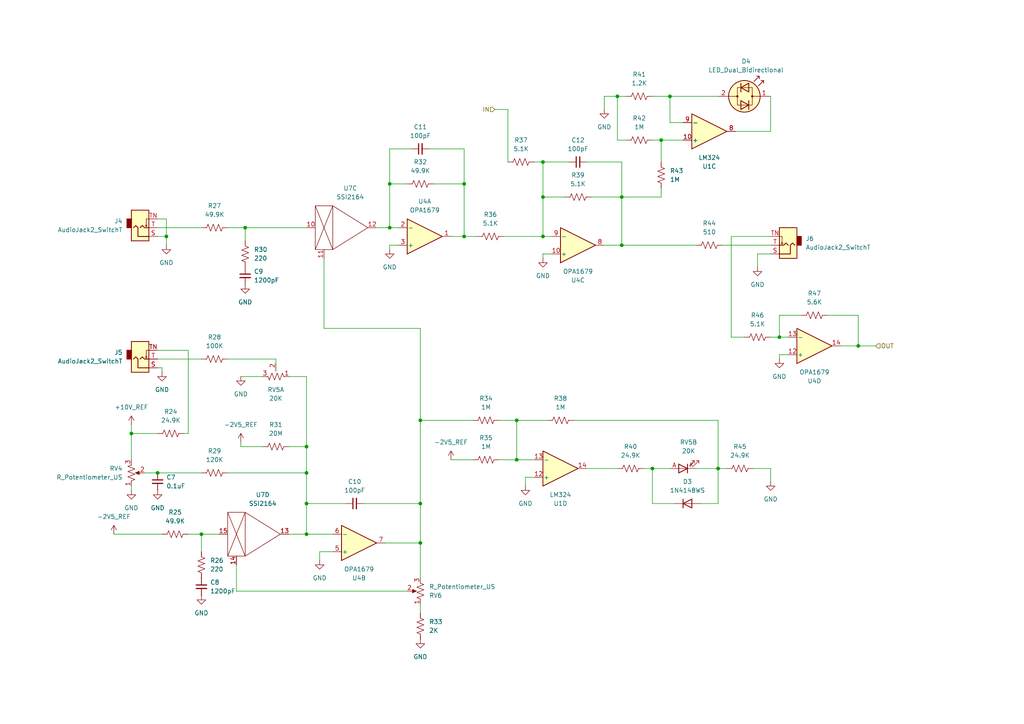
<source format=kicad_sch>
(kicad_sch (version 20231120) (generator "eeschema") (generator_version "8.0")
  (paper "A4")
  (lib_symbols
    (symbol "Amplifier_Operational:LM324" (pin_names (offset 0.127))
      (property "Reference" "U" (at 0 5.08 0))
      (property "Value" "LM324" (at 0 -5.08 0))
      (symbol "LM324_1_1"
        (pin output line (at 7.62 0 180) (length 2.54) (name "~") (number "1"))
        (pin input line (at -7.62 -2.54 0) (length 2.54) (name "-") (number "2"))
        (pin input line (at -7.62 2.54 0) (length 2.54) (name "+") (number "3"))
      )
      (symbol "LM324_2_1"
        (pin input line (at -7.62 2.54 0) (length 2.54) (name "+") (number "5"))
        (pin input line (at -7.62 -2.54 0) (length 2.54) (name "-") (number "6"))
        (pin output line (at 7.62 0 180) (length 2.54) (name "~") (number "7"))
      )
      (symbol "LM324_3_1"
        (pin input line (at -7.62 2.54 0) (length 2.54) (name "+") (number "10"))
        (pin output line (at 7.62 0 180) (length 2.54) (name "~") (number "8"))
        (pin input line (at -7.62 -2.54 0) (length 2.54) (name "-") (number "9"))
      )
      (symbol "LM324_4_1"
        (pin input line (at -7.62 2.54 0) (length 2.54) (name "+") (number "12"))
        (pin input line (at -7.62 -2.54 0) (length 2.54) (name "-") (number "13"))
        (pin output line (at 7.62 0 180) (length 2.54) (name "~") (number "14"))
      )
      (symbol "LM324_5_1"
        (pin power_in line (at -2.54 -7.62 90) (length 3.81) (name "V-") (number "11"))
        (pin power_in line (at -2.54 7.62 270) (length 3.81) (name "V+") (number "4"))
      )
    )
    (symbol "Amplifier_Operational:OPA1679" (pin_names (offset 0.127))
      (property "Reference" "U" (at 0 5.08 0))
      (property "Value" "OPA1679" (at 0 -5.08 0))
      (symbol "OPA1679_1_1"
        (pin output line (at 7.62 0 180) (length 2.54) (name "~") (number "1"))
        (pin input line (at -7.62 -2.54 0) (length 2.54) (name "-") (number "2"))
        (pin input line (at -7.62 2.54 0) (length 2.54) (name "+") (number "3"))
      )
      (symbol "OPA1679_2_1"
        (pin input line (at -7.62 2.54 0) (length 2.54) (name "+") (number "5"))
        (pin input line (at -7.62 -2.54 0) (length 2.54) (name "-") (number "6"))
        (pin output line (at 7.62 0 180) (length 2.54) (name "~") (number "7"))
      )
      (symbol "OPA1679_3_1"
        (pin input line (at -7.62 2.54 0) (length 2.54) (name "+") (number "10"))
        (pin output line (at 7.62 0 180) (length 2.54) (name "~") (number "8"))
        (pin input line (at -7.62 -2.54 0) (length 2.54) (name "-") (number "9"))
      )
      (symbol "OPA1679_4_1"
        (pin input line (at -7.62 2.54 0) (length 2.54) (name "+") (number "12"))
        (pin input line (at -7.62 -2.54 0) (length 2.54) (name "-") (number "13"))
        (pin output line (at 7.62 0 180) (length 2.54) (name "~") (number "14"))
      )
      (symbol "OPA1679_5_1"
        (pin power_in line (at -2.54 -7.62 90) (length 3.81) (name "V-") (number "11"))
        (pin power_in line (at -2.54 7.62 270) (length 3.81) (name "V+") (number "4"))
      )
    )
    (symbol "Connector_Audio:AudioJack2_SwitchT"
      (property "Reference" "J" (at 0 8.89 0))
      (property "Value" "AudioJack2_SwitchT" (at 0 6.35 0))
      (symbol "AudioJack2_SwitchT_1_1"
        (pin passive line (at 5.08 2.54 180) (length 2.54) (name "~") (number "S"))
        (pin passive line (at 5.08 0 180) (length 2.54) (name "~") (number "T"))
        (pin passive line (at 5.08 -2.54 180) (length 2.54) (name "~") (number "TN"))
      )
    )
    (symbol "Device:C_Small" (pin_numbers hide) (pin_names (offset 0.254) hide)
      (property "Reference" "C" (at 0.254 1.778 0))
      (property "Value" "C_Small" (at 0.254 -2.032 0))
      (symbol "C_Small_1_1"
        (pin passive line (at 0 2.54 270) (length 2.032) (name "~") (number "1"))
        (pin passive line (at 0 -2.54 90) (length 2.032) (name "~") (number "2"))
      )
    )
    (symbol "Device:LED_Dual_Bidirectional" (pin_names (offset 0) hide)
      (property "Reference" "D" (at 0 5.715 0))
      (property "Value" "LED_Dual_Bidirectional" (at 0 -6.35 0))
      (symbol "LED_Dual_Bidirectional_1_1"
        (pin input line (at 7.62 0 180) (length 3.81) (name "KA") (number "1"))
        (pin input line (at -7.62 0 0) (length 3.048) (name "AK") (number "2"))
      )
    )
    (symbol "Device:R_Potentiometer_US" (pin_names (offset 1.016) hide)
      (property "Reference" "RV" (at -4.445 0 90))
      (property "Value" "R_Potentiometer_US" (at -2.54 0 90))
      (symbol "R_Potentiometer_US_1_1"
        (pin passive line (at 0 3.81 270) (length 1.27) (name "1") (number "1"))
        (pin passive line (at 3.81 0 180) (length 1.27) (name "2") (number "2"))
        (pin passive line (at 0 -3.81 90) (length 1.27) (name "3") (number "3"))
      )
    )
    (symbol "Device:R_US" (pin_numbers hide) (pin_names (offset 0))
      (property "Reference" "R" (at 2.54 0 90))
      (property "Value" "R_US" (at -2.54 0 90))
      (symbol "R_US_1_1"
        (pin passive line (at 0 3.81 270) (length 1.27) (name "~") (number "1"))
        (pin passive line (at 0 -3.81 90) (length 1.27) (name "~") (number "2"))
      )
    )
    (symbol "Diode:1N4148WS" (pin_numbers hide) (pin_names hide)
      (property "Reference" "D" (at 0 2.54 0))
      (property "Value" "1N4148WS" (at 0 -2.54 0))
      (symbol "1N4148WS_1_1"
        (pin passive line (at -3.81 0 0) (length 2.54) (name "K") (number "1"))
        (pin passive line (at 3.81 0 180) (length 2.54) (name "A") (number "2"))
      )
    )
    (symbol "PS30L-R01BR20KN_1" (pin_names (offset 0) hide)
      (property "Reference" "RV" (at 0.254 -3.81 0))
      (property "Value" "20K" (at 0.508 -5.588 0))
      (symbol "PS30L-R01BR20KN_1_1_1"
        (pin passive line (at 0 0 270) (length 1.27) (name "1") (number "1"))
        (pin passive line (at 3.81 -3.81 180) (length 1.27) (name "2") (number "2"))
        (pin passive line (at 0 -7.62 90) (length 1.27) (name "3") (number "3"))
      )
      (symbol "PS30L-R01BR20KN_1_2_1"
        (pin passive line (at 5.08 0 180) (length 2.54) (name "A") (number "A"))
        (pin passive line (at -2.54 0 0) (length 2.54) (name "K") (number "K"))
      )
    )
    (symbol "SSI2164_1" (pin_names (offset 0) hide)
      (property "Reference" "U" (at 1.016 1.27 0))
      (property "Value" "SSI2164" (at 0 0 0))
      (symbol "SSI2164_1_1_1"
        (pin input line (at -2.54 -6.35 0) (length 2.54) (name "INA") (number "2"))
        (pin input line (at 2.54 -15.24 90) (length 2.54) (name "CVA") (number "3"))
        (pin output line (at 17.78 -6.35 180) (length 2.54) (name "OUTA") (number "4"))
      )
      (symbol "SSI2164_1_1_2"
        (pin input line (at -2.54 -7.62 0) (length 2.54) (name "INA") (number "2"))
        (pin input line (at 3.81 -17.78 90) (length 2.54) (name "CVA") (number "3"))
        (pin output line (at 22.86 -7.62 180) (length 2.54) (name "OUTA") (number "4"))
      )
      (symbol "SSI2164_1_2_1"
        (pin output line (at 17.78 -6.35 180) (length 2.54) (name "OUTB") (number "5"))
        (pin input line (at 2.54 -15.24 90) (length 2.54) (name "CVB") (number "6"))
        (pin input line (at -2.54 -6.35 0) (length 2.54) (name "INB") (number "7"))
      )
      (symbol "SSI2164_1_2_2"
        (pin output line (at 22.86 -7.62 180) (length 2.54) (name "OUTB") (number "5"))
        (pin input line (at 3.81 -17.78 90) (length 2.54) (name "CVB") (number "6"))
        (pin input line (at -2.54 -7.62 0) (length 2.54) (name "INB") (number "7"))
      )
      (symbol "SSI2164_1_3_1"
        (pin input line (at -2.54 -6.35 0) (length 2.54) (name "INC") (number "10"))
        (pin input line (at 2.54 -15.24 90) (length 2.54) (name "CVC") (number "11"))
        (pin output line (at 17.78 -6.35 180) (length 2.54) (name "OUTC") (number "12"))
      )
      (symbol "SSI2164_1_3_2"
        (pin input line (at -2.54 -7.62 0) (length 2.54) (name "INC") (number "10"))
        (pin input line (at 3.81 -17.78 90) (length 2.54) (name "CVC") (number "11"))
        (pin output line (at 22.86 -7.62 180) (length 2.54) (name "OUTC") (number "12"))
      )
      (symbol "SSI2164_1_4_1"
        (pin output line (at 17.78 -6.35 180) (length 2.54) (name "OUTD") (number "13"))
        (pin input line (at 2.54 -15.24 90) (length 2.54) (name "CVD") (number "14"))
        (pin input line (at -2.54 -6.35 0) (length 2.54) (name "IND") (number "15"))
      )
      (symbol "SSI2164_1_4_2"
        (pin output line (at 22.86 -7.62 180) (length 2.54) (name "OUTD") (number "13"))
        (pin input line (at 3.81 -17.78 90) (length 2.54) (name "CVD") (number "14"))
        (pin input line (at -2.54 -7.62 0) (length 2.54) (name "IND") (number "15"))
      )
      (symbol "SSI2164_1_5_1"
        (text "GND\n" (at 4.826 -8.89 0) (effects (font (size 1.27 1.27))))
        (text "MODE\n" (at 4.318 -3.81 0) (effects (font (size 1.27 1.27))))
        (text "V+" (at 3.81 -1.524 0) (effects (font (size 1.27 1.27))))
        (text "V-\n" (at 3.81 -11.684 0) (effects (font (size 1.27 1.27))))
        (pin input line (at 10.16 -3.81 180) (length 2.54) (name "MODE") (number "1"))
        (pin power_in line (at 3.81 2.54 270) (length 2.54) (name "V+") (number "16"))
        (pin power_in line (at 10.16 -8.89 180) (length 2.54) (name "GND") (number "8"))
        (pin power_in line (at 3.81 -15.24 90) (length 2.54) (name "V-") (number "9"))
      )
      (symbol "SSI2164_1_5_2"
        (pin input line (at 10.16 -3.81 180) (length 2.54) (name "MODE") (number "1"))
        (pin power_in line (at 3.81 2.54 270) (length 2.54) (name "V+") (number "16"))
        (pin power_in line (at 10.16 -8.89 180) (length 2.54) (name "GND") (number "8"))
        (pin power_in line (at 3.81 -15.24 90) (length 2.54) (name "V-") (number "9"))
      )
    )
    (symbol "Synthesizer:SSI2164" (pin_names (offset 0) hide)
      (property "Reference" "U" (at 1.016 1.27 0))
      (property "Value" "SSI2164" (at 0 0 0))
      (symbol "SSI2164_1_1"
        (pin input line (at -2.54 -6.35 0) (length 2.54) (name "INA") (number "2"))
        (pin input line (at 2.54 -15.24 90) (length 2.54) (name "CVA") (number "3"))
        (pin output line (at 17.78 -6.35 180) (length 2.54) (name "OUTA") (number "4"))
      )
      (symbol "SSI2164_1_2"
        (pin input line (at -2.54 -7.62 0) (length 2.54) (name "INA") (number "2"))
        (pin input line (at 3.81 -17.78 90) (length 2.54) (name "CVA") (number "3"))
        (pin output line (at 22.86 -7.62 180) (length 2.54) (name "OUTA") (number "4"))
      )
      (symbol "SSI2164_2_1"
        (pin output line (at 17.78 -6.35 180) (length 2.54) (name "OUTB") (number "5"))
        (pin input line (at 2.54 -15.24 90) (length 2.54) (name "CVB") (number "6"))
        (pin input line (at -2.54 -6.35 0) (length 2.54) (name "INB") (number "7"))
      )
      (symbol "SSI2164_2_2"
        (pin output line (at 22.86 -7.62 180) (length 2.54) (name "OUTB") (number "5"))
        (pin input line (at 3.81 -17.78 90) (length 2.54) (name "CVB") (number "6"))
        (pin input line (at -2.54 -7.62 0) (length 2.54) (name "INB") (number "7"))
      )
      (symbol "SSI2164_3_1"
        (pin input line (at -2.54 -6.35 0) (length 2.54) (name "INC") (number "10"))
        (pin input line (at 2.54 -15.24 90) (length 2.54) (name "CVC") (number "11"))
        (pin output line (at 17.78 -6.35 180) (length 2.54) (name "OUTC") (number "12"))
      )
      (symbol "SSI2164_3_2"
        (pin input line (at -2.54 -7.62 0) (length 2.54) (name "INC") (number "10"))
        (pin input line (at 3.81 -17.78 90) (length 2.54) (name "CVC") (number "11"))
        (pin output line (at 22.86 -7.62 180) (length 2.54) (name "OUTC") (number "12"))
      )
      (symbol "SSI2164_4_1"
        (pin output line (at 17.78 -6.35 180) (length 2.54) (name "OUTD") (number "13"))
        (pin input line (at 2.54 -15.24 90) (length 2.54) (name "CVD") (number "14"))
        (pin input line (at -2.54 -6.35 0) (length 2.54) (name "IND") (number "15"))
      )
      (symbol "SSI2164_4_2"
        (pin output line (at 22.86 -7.62 180) (length 2.54) (name "OUTD") (number "13"))
        (pin input line (at 3.81 -17.78 90) (length 2.54) (name "CVD") (number "14"))
        (pin input line (at -2.54 -7.62 0) (length 2.54) (name "IND") (number "15"))
      )
      (symbol "SSI2164_5_1"
        (text "GND\n" (at 4.826 -8.89 0) (effects (font (size 1.27 1.27))))
        (text "MODE\n" (at 4.318 -3.81 0) (effects (font (size 1.27 1.27))))
        (text "V+" (at 3.81 -1.524 0) (effects (font (size 1.27 1.27))))
        (text "V-\n" (at 3.81 -11.684 0) (effects (font (size 1.27 1.27))))
        (pin input line (at 10.16 -3.81 180) (length 2.54) (name "MODE") (number "1"))
        (pin power_in line (at 3.81 2.54 270) (length 2.54) (name "V+") (number "16"))
        (pin power_in line (at 10.16 -8.89 180) (length 2.54) (name "GND") (number "8"))
        (pin power_in line (at 3.81 -15.24 90) (length 2.54) (name "V-") (number "9"))
      )
      (symbol "SSI2164_5_2"
        (pin input line (at 10.16 -3.81 180) (length 2.54) (name "MODE") (number "1"))
        (pin power_in line (at 3.81 2.54 270) (length 2.54) (name "V+") (number "16"))
        (pin power_in line (at 10.16 -8.89 180) (length 2.54) (name "GND") (number "8"))
        (pin power_in line (at 3.81 -15.24 90) (length 2.54) (name "V-") (number "9"))
      )
    )
    (symbol "power:+10V" (power) (pin_numbers hide) (pin_names (offset 0) hide)
      (property "Value" "+10V" (at 0 3.556 0))
      (symbol "+10V_1_1"
        (pin power_in line (at 0 0 90) (length 0) (name "~") (number "1"))
      )
    )
    (symbol "power:+2V5" (power) (pin_numbers hide) (pin_names (offset 0) hide)
      (property "Value" "+2V5" (at 0 3.556 0))
      (symbol "+2V5_1_1"
        (pin power_in line (at 0 0 90) (length 0) (name "~") (number "1"))
      )
    )
    (symbol "power:GND" (power) (pin_numbers hide) (pin_names (offset 0) hide)
      (property "Value" "GND" (at 0 -3.81 0))
      (symbol "GND_1_1"
        (pin power_in line (at 0 0 270) (length 0) (name "~") (number "1"))
      )
    )
  )
  (junction (at 208.28 135.89))
  (junction (at 113.03 53.34))
  (junction (at 149.86 121.92))
  (junction (at 134.62 53.34))
  (junction (at 149.86 133.35))
  (junction (at 157.48 46.99))
  (junction (at 180.34 71.12))
  (junction (at 121.92 146.05))
  (junction (at 121.92 157.48))
  (junction (at 180.34 57.15))
  (junction (at 179.07 27.94))
  (junction (at 191.77 40.64))
  (junction (at 248.92 100.33))
  (junction (at 194.31 27.94))
  (junction (at 71.12 66.04))
  (junction (at 88.9 146.05))
  (junction (at 88.9 137.16))
  (junction (at 88.9 129.54))
  (junction (at 157.48 68.58))
  (junction (at 58.42 154.94))
  (junction (at 134.62 68.58))
  (junction (at 113.03 66.04))
  (junction (at 45.72 137.16))
  (junction (at 189.23 135.89))
  (junction (at 121.92 121.92))
  (junction (at 88.9 154.94))
  (junction (at 226.06 97.79))
  (junction (at 38.1 125.73))
  (junction (at 157.48 57.15))
  (junction (at 48.26 68.58))
  (wire (pts (xy 66.04 137.16) (xy 88.9 137.16)))
  (wire (pts (xy 171.45 57.15) (xy 180.34 57.15)))
  (wire (pts (xy 189.23 27.94) (xy 194.31 27.94)))
  (wire (pts (xy 134.62 68.58) (xy 130.81 68.58)))
  (wire (pts (xy 88.9 129.54) (xy 88.9 137.16)))
  (wire (pts (xy 218.44 135.89) (xy 223.52 135.89)))
  (wire (pts (xy 175.26 31.75) (xy 175.26 27.94)))
  (wire (pts (xy 143.51 31.75) (xy 147.32 31.75)))
  (wire (pts (xy 68.58 171.45) (xy 68.58 163.83)))
  (wire (pts (xy 38.1 140.97) (xy 38.1 142.24)))
  (wire (pts (xy 121.92 167.64) (xy 121.92 157.48)))
  (wire (pts (xy 45.72 137.16) (xy 58.42 137.16)))
  (wire (pts (xy 189.23 40.64) (xy 191.77 40.64)))
  (wire (pts (xy 88.9 146.05) (xy 88.9 154.94)))
  (wire (pts (xy 144.78 133.35) (xy 149.86 133.35)))
  (wire (pts (xy 111.76 157.48) (xy 121.92 157.48)))
  (wire (pts (xy 248.92 100.33) (xy 243.84 100.33)))
  (wire (pts (xy 88.9 109.22) (xy 88.9 129.54)))
  (wire (pts (xy 191.77 40.64) (xy 198.12 40.64)))
  (wire (pts (xy 212.09 97.79) (xy 212.09 68.58)))
  (wire (pts (xy 105.41 146.05) (xy 121.92 146.05)))
  (wire (pts (xy 194.31 35.56) (xy 198.12 35.56)))
  (wire (pts (xy 201.93 135.89) (xy 208.28 135.89)))
  (wire (pts (xy 166.37 121.92) (xy 208.28 121.92)))
  (wire (pts (xy 137.16 121.92) (xy 121.92 121.92)))
  (wire (pts (xy 45.72 106.68) (xy 46.99 106.68)))
  (wire (pts (xy 88.9 154.94) (xy 96.52 154.94)))
  (wire (pts (xy 146.05 68.58) (xy 157.48 68.58)))
  (wire (pts (xy 119.38 43.18) (xy 113.03 43.18)))
  (wire (pts (xy 226.06 91.44) (xy 226.06 97.79)))
  (wire (pts (xy 58.42 154.94) (xy 63.5 154.94)))
  (wire (pts (xy 71.12 69.85) (xy 71.12 66.04)))
  (wire (pts (xy 179.07 27.94) (xy 179.07 40.64)))
  (wire (pts (xy 92.71 160.02) (xy 92.71 162.56)))
  (wire (pts (xy 71.12 66.04) (xy 66.04 66.04)))
  (wire (pts (xy 223.52 97.79) (xy 226.06 97.79)))
  (wire (pts (xy 33.02 154.94) (xy 46.99 154.94)))
  (wire (pts (xy 54.61 154.94) (xy 58.42 154.94)))
  (wire (pts (xy 186.69 135.89) (xy 189.23 135.89)))
  (wire (pts (xy 208.28 146.05) (xy 208.28 135.89)))
  (wire (pts (xy 69.85 129.54) (xy 69.85 128.27)))
  (wire (pts (xy 219.71 73.66) (xy 219.71 77.47)))
  (wire (pts (xy 41.91 137.16) (xy 45.72 137.16)))
  (wire (pts (xy 203.2 146.05) (xy 208.28 146.05)))
  (wire (pts (xy 165.1 46.99) (xy 157.48 46.99)))
  (wire (pts (xy 121.92 175.26) (xy 121.92 177.8)))
  (wire (pts (xy 160.02 73.66) (xy 157.48 73.66)))
  (wire (pts (xy 180.34 71.12) (xy 201.93 71.12)))
  (wire (pts (xy 248.92 91.44) (xy 248.92 100.33)))
  (wire (pts (xy 53.34 125.73) (xy 54.61 125.73)))
  (wire (pts (xy 96.52 160.02) (xy 92.71 160.02)))
  (wire (pts (xy 109.22 66.04) (xy 113.03 66.04)))
  (wire (pts (xy 212.09 68.58) (xy 223.52 68.58)))
  (wire (pts (xy 170.18 46.99) (xy 180.34 46.99)))
  (wire (pts (xy 240.03 91.44) (xy 248.92 91.44)))
  (wire (pts (xy 191.77 57.15) (xy 180.34 57.15)))
  (wire (pts (xy 45.72 104.14) (xy 58.42 104.14)))
  (wire (pts (xy 93.98 74.93) (xy 93.98 95.25)))
  (wire (pts (xy 45.72 66.04) (xy 58.42 66.04)))
  (wire (pts (xy 134.62 43.18) (xy 134.62 53.34)))
  (wire (pts (xy 149.86 121.92) (xy 149.86 133.35)))
  (wire (pts (xy 154.94 46.99) (xy 157.48 46.99)))
  (wire (pts (xy 80.01 104.14) (xy 80.01 105.41)))
  (wire (pts (xy 147.32 31.75) (xy 147.32 46.99)))
  (wire (pts (xy 113.03 43.18) (xy 113.03 53.34)))
  (wire (pts (xy 76.2 129.54) (xy 69.85 129.54)))
  (wire (pts (xy 113.03 53.34) (xy 113.03 66.04)))
  (wire (pts (xy 54.61 101.6) (xy 45.72 101.6)))
  (wire (pts (xy 71.12 66.04) (xy 88.9 66.04)))
  (wire (pts (xy 208.28 27.94) (xy 194.31 27.94)))
  (wire (pts (xy 69.85 109.22) (xy 76.2 109.22)))
  (wire (pts (xy 54.61 125.73) (xy 54.61 101.6)))
  (wire (pts (xy 83.82 129.54) (xy 88.9 129.54)))
  (wire (pts (xy 232.41 91.44) (xy 226.06 91.44)))
  (wire (pts (xy 83.82 109.22) (xy 88.9 109.22)))
  (wire (pts (xy 157.48 46.99) (xy 157.48 57.15)))
  (wire (pts (xy 66.04 104.14) (xy 80.01 104.14)))
  (wire (pts (xy 88.9 146.05) (xy 100.33 146.05)))
  (wire (pts (xy 223.52 38.1) (xy 223.52 27.94)))
  (wire (pts (xy 194.31 27.94) (xy 194.31 35.56)))
  (wire (pts (xy 191.77 54.61) (xy 191.77 57.15)))
  (wire (pts (xy 88.9 154.94) (xy 83.82 154.94)))
  (wire (pts (xy 118.11 171.45) (xy 68.58 171.45)))
  (wire (pts (xy 213.36 38.1) (xy 223.52 38.1)))
  (wire (pts (xy 228.6 102.87) (xy 226.06 102.87)))
  (wire (pts (xy 115.57 71.12) (xy 113.03 71.12)))
  (wire (pts (xy 88.9 137.16) (xy 88.9 146.05)))
  (wire (pts (xy 157.48 73.66) (xy 157.48 74.93)))
  (wire (pts (xy 38.1 123.19) (xy 38.1 125.73)))
  (wire (pts (xy 58.42 154.94) (xy 58.42 160.02)))
  (wire (pts (xy 163.83 57.15) (xy 157.48 57.15)))
  (wire (pts (xy 180.34 71.12) (xy 175.26 71.12)))
  (wire (pts (xy 93.98 95.25) (xy 121.92 95.25)))
  (wire (pts (xy 152.4 138.43) (xy 152.4 140.97)))
  (wire (pts (xy 223.52 135.89) (xy 223.52 139.7)))
  (wire (pts (xy 208.28 121.92) (xy 208.28 135.89)))
  (wire (pts (xy 157.48 68.58) (xy 160.02 68.58)))
  (wire (pts (xy 191.77 40.64) (xy 191.77 46.99)))
  (wire (pts (xy 254 100.33) (xy 248.92 100.33)))
  (wire (pts (xy 144.78 121.92) (xy 149.86 121.92)))
  (wire (pts (xy 48.26 71.12) (xy 48.26 68.58)))
  (wire (pts (xy 181.61 27.94) (xy 179.07 27.94)))
  (wire (pts (xy 226.06 102.87) (xy 226.06 104.14)))
  (wire (pts (xy 118.11 53.34) (xy 113.03 53.34)))
  (wire (pts (xy 113.03 71.12) (xy 113.03 72.39)))
  (wire (pts (xy 48.26 63.5) (xy 48.26 68.58)))
  (wire (pts (xy 209.55 71.12) (xy 223.52 71.12)))
  (wire (pts (xy 223.52 73.66) (xy 219.71 73.66)))
  (wire (pts (xy 45.72 63.5) (xy 48.26 63.5)))
  (wire (pts (xy 175.26 27.94) (xy 179.07 27.94)))
  (wire (pts (xy 226.06 97.79) (xy 228.6 97.79)))
  (wire (pts (xy 38.1 125.73) (xy 45.72 125.73)))
  (wire (pts (xy 134.62 53.34) (xy 134.62 68.58)))
  (wire (pts (xy 170.18 135.89) (xy 179.07 135.89)))
  (wire (pts (xy 121.92 121.92) (xy 121.92 146.05)))
  (wire (pts (xy 46.99 106.68) (xy 46.99 107.95)))
  (wire (pts (xy 157.48 57.15) (xy 157.48 68.58)))
  (wire (pts (xy 189.23 146.05) (xy 189.23 135.89)))
  (wire (pts (xy 125.73 53.34) (xy 134.62 53.34)))
  (wire (pts (xy 130.81 133.35) (xy 137.16 133.35)))
  (wire (pts (xy 149.86 133.35) (xy 154.94 133.35)))
  (wire (pts (xy 149.86 121.92) (xy 158.75 121.92)))
  (wire (pts (xy 121.92 146.05) (xy 121.92 157.48)))
  (wire (pts (xy 113.03 66.04) (xy 115.57 66.04)))
  (wire (pts (xy 180.34 57.15) (xy 180.34 71.12)))
  (wire (pts (xy 189.23 135.89) (xy 194.31 135.89)))
  (wire (pts (xy 121.92 95.25) (xy 121.92 121.92)))
  (wire (pts (xy 38.1 125.73) (xy 38.1 133.35)))
  (wire (pts (xy 124.46 43.18) (xy 134.62 43.18)))
  (wire (pts (xy 134.62 68.58) (xy 138.43 68.58)))
  (wire (pts (xy 179.07 40.64) (xy 181.61 40.64)))
  (wire (pts (xy 154.94 138.43) (xy 152.4 138.43)))
  (wire (pts (xy 48.26 68.58) (xy 45.72 68.58)))
  (wire (pts (xy 180.34 46.99) (xy 180.34 57.15)))
  (wire (pts (xy 208.28 135.89) (xy 210.82 135.89)))
  (wire (pts (xy 215.9 97.79) (xy 212.09 97.79)))
  (wire (pts (xy 195.58 146.05) (xy 189.23 146.05)))
  (hierarchical_label "IN" (shape input) (at 143.51 31.75 180))
  (hierarchical_label "OUT" (shape input) (at 254 100.33 0))
  (symbol (lib_id "Device:R_US") (at 236.22 91.44 90) (unit 1)
    (property "Reference" "R47" (at 236.22 85.09 90))
    (property "Value" "5.6K" (at 236.22 87.63 90))
    (property "Footprint" "Resistor_SMD:R_0603_1608Metric" (effects (hide yes)))
    (property "Description" "Resistor, US symbol" (effects (hide yes)))
    (instances (project "veils_clone" (path "" (reference "R47") (unit 1)) (path "" (reference "R71") (unit 1))))
  )
  (symbol (lib_id "Device:R_US") (at 191.77 50.8 180) (unit 1)
    (property "Reference" "R43" (at 194.31 49.5299 0) (effects (justify right)))
    (property "Value" "1M" (at 194.31 52.0699 0) (effects (justify right)))
    (property "Footprint" "Resistor_SMD:R_0603_1608Metric" (effects (hide yes)))
    (property "Description" "Resistor, US symbol" (effects (hide yes)))
    (instances (project "veils_clone" (path "" (reference "R43") (unit 1)) (path "" (reference "R67") (unit 1))))
  )
  (symbol (lib_id "Device:R_US") (at 185.42 27.94 90) (unit 1)
    (property "Reference" "R41" (at 185.42 21.59 90))
    (property "Value" "1.2K" (at 185.42 24.13 90))
    (property "Footprint" "Resistor_SMD:R_0603_1608Metric" (effects (hide yes)))
    (property "Description" "Resistor, US symbol" (effects (hide yes)))
    (instances (project "veils_clone" (path "" (reference "R41") (unit 1)) (path "" (reference "R65") (unit 1))))
  )
  (symbol (lib_id "power:GND") (at 92.71 162.56 0) (unit 1)
    (property "Reference" "#PWR031" (effects (hide yes)))
    (property "Value" "GND" (at 92.71 167.64 0))
    (property "Description" "Power symbol creates a global label with name \"GND\" , ground" (effects (hide yes)))
    (instances (project "veils_clone" (path "" (reference "#PWR031") (unit 1)) (path "" (reference "#PWR051") (unit 1))))
  )
  (symbol (lib_id "power:GND") (at 45.72 142.24 0) (unit 1)
    (property "Reference" "#PWR024" (effects (hide yes)))
    (property "Value" "GND" (at 45.72 147.32 0))
    (property "Description" "Power symbol creates a global label with name \"GND\" , ground" (effects (hide yes)))
    (instances (project "veils_clone" (path "" (reference "#PWR024") (unit 1)) (path "" (reference "#PWR044") (unit 1))))
  )
  (symbol (lib_id "power:GND") (at 157.48 74.93 0) (unit 1)
    (property "Reference" "#PWR036" (effects (hide yes)))
    (property "Value" "GND" (at 157.48 80.01 0))
    (property "Description" "Power symbol creates a global label with name \"GND\" , ground" (effects (hide yes)))
    (instances (project "veils_clone" (path "" (reference "#PWR036") (unit 1)) (path "" (reference "#PWR056") (unit 1))))
  )
  (symbol (lib_id "Connector_Audio:AudioJack2_SwitchT") (at 40.64 66.04 0) (mirror x) (unit 1)
    (property "Reference" "J4" (at 35.56 64.1349 0) (effects (justify right)))
    (property "Value" "AudioJack2_SwitchT" (at 35.56 66.6749 0) (effects (justify right)))
    (property "Footprint" "Connector_Audio:Jack_3.5mm_QingPu_WQP-PJ398SM_Vertical_CircularHoles" (effects (hide yes)))
    (property "Description" "Audio Jack, 2 Poles (Mono / TS), Switched T Pole (Normalling)" (effects (hide yes)))
    (instances (project "veils_clone" (path "" (reference "J4") (unit 1)) (path "" (reference "J7") (unit 1))))
  )
  (symbol (lib_id "Device:R_US") (at 205.74 71.12 90) (unit 1)
    (property "Reference" "R44" (at 205.74 64.77 90))
    (property "Value" "510" (at 205.74 67.31 90))
    (property "Footprint" "Resistor_SMD:R_0603_1608Metric" (effects (hide yes)))
    (property "Description" "Resistor, US symbol" (effects (hide yes)))
    (instances (project "veils_clone" (path "" (reference "R44") (unit 1)) (path "" (reference "R68") (unit 1))))
  )
  (symbol (lib_id "power:GND") (at 38.1 142.24 0) (unit 1)
    (property "Reference" "#PWR023" (effects (hide yes)))
    (property "Value" "GND" (at 38.1 147.32 0))
    (property "Description" "Power symbol creates a global label with name \"GND\" , ground" (effects (hide yes)))
    (instances (project "veils_clone" (path "" (reference "#PWR023") (unit 1)) (path "" (reference "#PWR043") (unit 1))))
  )
  (symbol (lib_id "Connector_Audio:AudioJack2_SwitchT") (at 228.6 71.12 180) (unit 1)
    (property "Reference" "J6" (at 233.68 69.2149 0) (effects (justify right)))
    (property "Value" "AudioJack2_SwitchT" (at 233.68 71.7549 0) (effects (justify right)))
    (property "Footprint" "Synthesizer:Jack_3.5mm_QingPu_WQP-PJ398SM_Vertical_NoRing" (effects (hide yes)))
    (property "Description" "Audio Jack, 2 Poles (Mono / TS), Switched T Pole (Normalling)" (effects (hide yes)))
    (instances (project "veils_clone" (path "" (reference "J6") (unit 1)) (path "" (reference "J9") (unit 1))))
  )
  (symbol (lib_id "Device:R_US") (at 58.42 163.83 180) (unit 1)
    (property "Reference" "R26" (at 60.96 162.5599 0) (effects (justify right)))
    (property "Value" "220" (at 60.96 165.0999 0) (effects (justify right)))
    (property "Footprint" "Resistor_SMD:R_0603_1608Metric" (effects (hide yes)))
    (property "Description" "Resistor, US symbol" (effects (hide yes)))
    (instances (project "veils_clone" (path "" (reference "R26") (unit 1)) (path "" (reference "R50") (unit 1))))
  )
  (symbol (lib_id "Device:R_Potentiometer_US") (at 38.1 137.16 0) (mirror x) (unit 1)
    (property "Reference" "RV4" (at 35.56 135.8899 0) (effects (justify right)))
    (property "Value" "R_Potentiometer_US" (at 35.56 138.4299 0) (effects (justify right)))
    (property "Footprint" "Synthesizer:Potentiometer_Alpha_RV09AF-40-00D_Single_Vertical" (effects (hide yes)))
    (property "Description" "Potentiometer, US symbol" (effects (hide yes)))
    (instances (project "veils_clone" (path "" (reference "RV4") (unit 1)) (path "" (reference "RV7") (unit 1))))
  )
  (symbol (lib_id "Device:C_Small") (at 58.42 170.18 0) (unit 1)
    (property "Reference" "C8" (at 60.96 168.9162 0) (effects (justify left)))
    (property "Value" "1200pF" (at 60.96 171.4562 0) (effects (justify left)))
    (property "Footprint" "Capacitor_SMD:C_0603_1608Metric" (effects (hide yes)))
    (property "Description" "Unpolarized capacitor, small symbol" (effects (hide yes)))
    (instances (project "veils_clone" (path "" (reference "C8") (unit 1)) (path "" (reference "C14") (unit 1))))
  )
  (symbol (lib_id "Device:R_US") (at 62.23 66.04 90) (unit 1)
    (property "Reference" "R27" (at 62.23 59.69 90))
    (property "Value" "49.9K" (at 62.23 62.23 90))
    (property "Footprint" "Resistor_SMD:R_0603_1608Metric" (effects (hide yes)))
    (property "Description" "Resistor, US symbol" (effects (hide yes)))
    (instances (project "veils_clone" (path "" (reference "R27") (unit 1)) (path "" (reference "R51") (unit 1))))
  )
  (symbol (lib_id "Device:C_Small") (at 71.12 80.01 0) (unit 1)
    (property "Reference" "C9" (at 73.66 78.7462 0) (effects (justify left)))
    (property "Value" "1200pF" (at 73.66 81.2862 0) (effects (justify left)))
    (property "Footprint" "Capacitor_SMD:C_0603_1608Metric" (effects (hide yes)))
    (property "Description" "Unpolarized capacitor, small symbol" (effects (hide yes)))
    (instances (project "veils_clone" (path "" (reference "C9") (unit 1)) (path "" (reference "C15") (unit 1))))
  )
  (symbol (lib_id "power:GND") (at 223.52 139.7 0) (unit 1)
    (property "Reference" "#PWR039" (effects (hide yes)))
    (property "Value" "GND" (at 223.52 144.78 0))
    (property "Description" "Power symbol creates a global label with name \"GND\" , ground" (effects (hide yes)))
    (instances (project "veils_clone" (path "" (reference "#PWR039") (unit 1)) (path "" (reference "#PWR059") (unit 1))))
  )
  (symbol (lib_id "Device:LED_Dual_Bidirectional") (at 215.9 27.94 0) (unit 1)
    (property "Reference" "D4" (at 216.3953 17.78 0))
    (property "Value" "LED_Dual_Bidirectional" (at 216.3953 20.32 0))
    (property "Footprint" "LED_THT:LED_D3.0mm" (effects (hide yes)))
    (property "Description" "Dual LED, bidirectional" (effects (hide yes)))
    (instances (project "veils_clone" (path "" (reference "D4") (unit 1)) (path "" (reference "D6") (unit 1))))
  )
  (symbol (lib_id "Device:R_US") (at 140.97 121.92 90) (unit 1)
    (property "Reference" "R34" (at 140.97 115.57 90))
    (property "Value" "1M" (at 140.97 118.11 90))
    (property "Footprint" "Resistor_SMD:R_0603_1608Metric" (effects (hide yes)))
    (property "Description" "Resistor, US symbol" (effects (hide yes)))
    (instances (project "veils_clone" (path "" (reference "R34") (unit 1)) (path "" (reference "R58") (unit 1))))
  )
  (symbol (lib_id "power:+2V5") (at 130.81 133.35 0) (unit 1)
    (property "Reference" "#PWR034" (effects (hide yes)))
    (property "Value" "-2V5_REF" (at 130.81 128.27 0))
    (property "Description" "Power symbol creates a global label with name \"+2V5\"" (effects (hide yes)))
    (instances (project "veils_clone" (path "" (reference "#PWR034") (unit 1)) (path "" (reference "#PWR054") (unit 1))))
  )
  (symbol (lib_id "Device:R_US") (at 80.01 129.54 90) (unit 1)
    (property "Reference" "R31" (at 80.01 123.19 90))
    (property "Value" "20M" (at 80.01 125.73 90))
    (property "Footprint" "Resistor_SMD:R_0603_1608Metric" (effects (hide yes)))
    (property "Description" "Resistor, US symbol" (effects (hide yes)))
    (instances (project "veils_clone" (path "" (reference "R31") (unit 1)) (path "" (reference "R55") (unit 1))))
  )
  (symbol (lib_id "Amplifier_Operational:LM324") (at 162.56 135.89 0) (mirror x) (unit 4)
    (property "Reference" "U1" (at 162.56 146.05 0))
    (property "Value" "LM324" (at 162.56 143.51 0))
    (property "Footprint" "Package_SO:TSSOP-14_4.4x5mm_P0.65mm" (effects (hide yes)))
    (property "Datasheet" "http://www.ti.com/lit/ds/symlink/lm2902-n.pdf" (effects (hide yes)))
    (property "Description" "Low-Power, Quad-Operational Amplifiers, DIP-14/SOIC-14/SSOP-14" (effects (hide yes)))
    (instances (project "veils_clone" (path "" (reference "U1") (unit 4)) (path "" (reference "U3") (unit 2))))
  )
  (symbol (lib_id "Amplifier_Operational:OPA1679") (at 167.64 71.12 0) (mirror x) (unit 3)
    (property "Reference" "U4" (at 167.64 81.28 0))
    (property "Value" "OPA1679" (at 167.64 78.74 0))
    (property "Footprint" "Package_SO:TSSOP-14_4.4x5mm_P0.65mm" (effects (hide yes)))
    (property "Datasheet" "http://www.ti.com/lit/ds/symlink/opa1678.pdf" (effects (hide yes)))
    (property "Description" "Low-Distortion Audio Operational Amplifiers, SOIC-14/TSSOP-14" (effects (hide yes)))
    (instances (project "veils_clone" (path "" (reference "U4") (unit 3)) (path "" (reference "U5") (unit 3))))
  )
  (symbol (lib_id "Device:R_US") (at 121.92 53.34 90) (unit 1)
    (property "Reference" "R32" (at 121.92 46.99 90))
    (property "Value" "49.9K" (at 121.92 49.53 90))
    (property "Footprint" "Resistor_SMD:R_0603_1608Metric" (effects (hide yes)))
    (property "Description" "Resistor, US symbol" (effects (hide yes)))
    (instances (project "veils_clone" (path "" (reference "R32") (unit 1)) (path "" (reference "R56") (unit 1))))
  )
  (symbol (lib_id "Device:R_US") (at 219.71 97.79 90) (unit 1)
    (property "Reference" "R46" (at 219.71 91.44 90))
    (property "Value" "5.1K" (at 219.71 93.98 90))
    (property "Footprint" "Resistor_SMD:R_0603_1608Metric" (effects (hide yes)))
    (property "Description" "Resistor, US symbol" (effects (hide yes)))
    (instances (project "veils_clone" (path "" (reference "R46") (unit 1)) (path "" (reference "R70") (unit 1))))
  )
  (symbol (lib_id "power:+2V5") (at 69.85 128.27 0) (unit 1)
    (property "Reference" "#PWR029" (effects (hide yes)))
    (property "Value" "-2V5_REF" (at 69.85 123.19 0))
    (property "Description" "Power symbol creates a global label with name \"+2V5\"" (effects (hide yes)))
    (instances (project "veils_clone" (path "" (reference "#PWR029") (unit 1)) (path "" (reference "#PWR049") (unit 1))))
  )
  (symbol (lib_id "power:GND") (at 152.4 140.97 0) (unit 1)
    (property "Reference" "#PWR035" (effects (hide yes)))
    (property "Value" "GND" (at 152.4 146.05 0))
    (property "Description" "Power symbol creates a global label with name \"GND\" , ground" (effects (hide yes)))
    (instances (project "veils_clone" (path "" (reference "#PWR035") (unit 1)) (path "" (reference "#PWR055") (unit 1))))
  )
  (symbol (lib_id "Device:R_US") (at 167.64 57.15 90) (unit 1)
    (property "Reference" "R39" (at 167.64 50.8 90))
    (property "Value" "5.1K" (at 167.64 53.34 90))
    (property "Footprint" "Resistor_SMD:R_0603_1608Metric" (effects (hide yes)))
    (property "Description" "Resistor, US symbol" (effects (hide yes)))
    (instances (project "veils_clone" (path "" (reference "R39") (unit 1)) (path "" (reference "R63") (unit 1))))
  )
  (symbol (lib_id "power:GND") (at 113.03 72.39 0) (unit 1)
    (property "Reference" "#PWR032" (effects (hide yes)))
    (property "Value" "GND" (at 113.03 77.47 0))
    (property "Description" "Power symbol creates a global label with name \"GND\" , ground" (effects (hide yes)))
    (instances (project "veils_clone" (path "" (reference "#PWR032") (unit 1)) (path "" (reference "#PWR052") (unit 1))))
  )
  (symbol (lib_id "Device:R_US") (at 140.97 133.35 90) (unit 1)
    (property "Reference" "R35" (at 140.97 127 90))
    (property "Value" "1M" (at 140.97 129.54 90))
    (property "Footprint" "Resistor_SMD:R_0603_1608Metric" (effects (hide yes)))
    (property "Description" "Resistor, US symbol" (effects (hide yes)))
    (instances (project "veils_clone" (path "" (reference "R35") (unit 1)) (path "" (reference "R59") (unit 1))))
  )
  (symbol (lib_id "Synthesizer:SSI2164") (at 66.04 148.59 0) (unit 4)
    (property "Reference" "U7" (at 76.2 143.51 0))
    (property "Value" "SSI2164" (at 76.2 146.05 0))
    (property "Footprint" "Package_SO:SOIC-16_3.9x9.9mm_P1.27mm" (effects (hide yes)))
    (instances (project "veils_clone" (path "" (reference "U7") (unit 4)) (path "" (reference "U8") (unit 2))))
  )
  (symbol (lib_id "power:+2V5") (at 33.02 154.94 0) (unit 1)
    (property "Reference" "#PWR021" (effects (hide yes)))
    (property "Value" "-2V5_REF" (at 33.02 149.86 0))
    (property "Description" "Power symbol creates a global label with name \"+2V5\"" (effects (hide yes)))
    (instances (project "veils_clone" (path "" (reference "#PWR021") (unit 1)) (path "" (reference "#PWR041") (unit 1))))
  )
  (symbol (lib_id "Device:R_US") (at 185.42 40.64 90) (unit 1)
    (property "Reference" "R42" (at 185.42 34.29 90))
    (property "Value" "1M" (at 185.42 36.83 90))
    (property "Footprint" "Resistor_SMD:R_0603_1608Metric" (effects (hide yes)))
    (property "Description" "Resistor, US symbol" (effects (hide yes)))
    (instances (project "veils_clone" (path "" (reference "R42") (unit 1)) (path "" (reference "R66") (unit 1))))
  )
  (symbol (lib_id "Amplifier_Operational:OPA1679") (at 104.14 157.48 0) (mirror x) (unit 2)
    (property "Reference" "U4" (at 104.14 167.64 0))
    (property "Value" "OPA1679" (at 104.14 165.1 0))
    (property "Footprint" "Package_SO:TSSOP-14_4.4x5mm_P0.65mm" (effects (hide yes)))
    (property "Datasheet" "http://www.ti.com/lit/ds/symlink/opa1678.pdf" (effects (hide yes)))
    (property "Description" "Low-Distortion Audio Operational Amplifiers, SOIC-14/TSSOP-14" (effects (hide yes)))
    (instances (project "veils_clone" (path "" (reference "U4") (unit 2)) (path "" (reference "U5") (unit 2))))
  )
  (symbol (lib_id "Device:R_US") (at 50.8 154.94 90) (unit 1)
    (property "Reference" "R25" (at 50.8 148.59 90))
    (property "Value" "49.9K" (at 50.8 151.13 90))
    (property "Footprint" "Resistor_SMD:R_0603_1608Metric" (effects (hide yes)))
    (property "Description" "Resistor, US symbol" (effects (hide yes)))
    (instances (project "veils_clone" (path "" (reference "R25") (unit 1)) (path "" (reference "R49") (unit 1))))
  )
  (symbol (lib_id "Device:R_US") (at 121.92 181.61 180) (unit 1)
    (property "Reference" "R33" (at 124.46 180.3399 0) (effects (justify right)))
    (property "Value" "2K" (at 124.46 182.8799 0) (effects (justify right)))
    (property "Footprint" "Resistor_SMD:R_0603_1608Metric" (effects (hide yes)))
    (property "Description" "Resistor, US symbol" (effects (hide yes)))
    (instances (project "veils_clone" (path "" (reference "R33") (unit 1)) (path "" (reference "R57") (unit 1))))
  )
  (symbol (lib_name "PS30L-R01BR20KN_1") (lib_id "Synthesizer:PS30L-R01BR20KN") (at 199.39 135.89 180) (unit 2)
    (property "Reference" "RV5" (at 199.7075 128.27 0))
    (property "Value" "20K" (at 199.7075 130.81 0))
    (property "Footprint" "Synthesizer:PTL20-15G1-203B2" (effects (hide yes)))
    (instances (project "veils_clone" (path "" (reference "RV5") (unit 2)) (path "" (reference "RV8") (unit 2))))
  )
  (symbol (lib_id "Amplifier_Operational:OPA1679") (at 236.22 100.33 0) (mirror x) (unit 4)
    (property "Reference" "U4" (at 236.22 110.49 0))
    (property "Value" "OPA1679" (at 236.22 107.95 0))
    (property "Footprint" "Package_SO:TSSOP-14_4.4x5mm_P0.65mm" (effects (hide yes)))
    (property "Datasheet" "http://www.ti.com/lit/ds/symlink/opa1678.pdf" (effects (hide yes)))
    (property "Description" "Low-Distortion Audio Operational Amplifiers, SOIC-14/TSSOP-14" (effects (hide yes)))
    (instances (project "veils_clone" (path "" (reference "U4") (unit 4)) (path "" (reference "U5") (unit 4))))
  )
  (symbol (lib_id "power:GND") (at 48.26 71.12 0) (unit 1)
    (property "Reference" "#PWR026" (effects (hide yes)))
    (property "Value" "GND" (at 48.26 76.2 0))
    (property "Description" "Power symbol creates a global label with name \"GND\" , ground" (effects (hide yes)))
    (instances (project "veils_clone" (path "" (reference "#PWR026") (unit 1)) (path "" (reference "#PWR046") (unit 1))))
  )
  (symbol (lib_id "Device:C_Small") (at 167.64 46.99 90) (unit 1)
    (property "Reference" "C12" (at 167.6463 40.64 90))
    (property "Value" "100pF" (at 167.6463 43.18 90))
    (property "Footprint" "Capacitor_SMD:C_0603_1608Metric" (effects (hide yes)))
    (property "Description" "Unpolarized capacitor, small symbol" (effects (hide yes)))
    (instances (project "veils_clone" (path "" (reference "C12") (unit 1)) (path "" (reference "C18") (unit 1))))
  )
  (symbol (lib_id "power:GND") (at 71.12 82.55 0) (unit 1)
    (property "Reference" "#PWR030" (effects (hide yes)))
    (property "Value" "GND" (at 71.12 87.63 0))
    (property "Description" "Power symbol creates a global label with name \"GND\" , ground" (effects (hide yes)))
    (instances (project "veils_clone" (path "" (reference "#PWR030") (unit 1)) (path "" (reference "#PWR050") (unit 1))))
  )
  (symbol (lib_id "Amplifier_Operational:OPA1679") (at 123.19 68.58 0) (mirror x) (unit 1)
    (property "Reference" "U4" (at 123.19 58.42 0))
    (property "Value" "OPA1679" (at 123.19 60.96 0))
    (property "Footprint" "Package_SO:TSSOP-14_4.4x5mm_P0.65mm" (effects (hide yes)))
    (property "Datasheet" "http://www.ti.com/lit/ds/symlink/opa1678.pdf" (effects (hide yes)))
    (property "Description" "Low-Distortion Audio Operational Amplifiers, SOIC-14/TSSOP-14" (effects (hide yes)))
    (instances (project "veils_clone" (path "" (reference "U4") (unit 1)) (path "" (reference "U5") (unit 1))))
  )
  (symbol (lib_id "power:+10V") (at 38.1 123.19 0) (unit 1)
    (property "Reference" "#PWR022" (effects (hide yes)))
    (property "Value" "+10V_REF" (at 38.1 118.11 0))
    (property "Description" "Power symbol creates a global label with name \"+10V\"" (effects (hide yes)))
    (instances (project "veils_clone" (path "" (reference "#PWR022") (unit 1)) (path "" (reference "#PWR042") (unit 1))))
  )
  (symbol (lib_id "power:GND") (at 121.92 185.42 0) (unit 1)
    (property "Reference" "#PWR033" (effects (hide yes)))
    (property "Value" "GND" (at 121.92 190.5 0))
    (property "Description" "Power symbol creates a global label with name \"GND\" , ground" (effects (hide yes)))
    (instances (project "veils_clone" (path "" (reference "#PWR033") (unit 1)) (path "" (reference "#PWR053") (unit 1))))
  )
  (symbol (lib_id "Device:R_US") (at 182.88 135.89 90) (unit 1)
    (property "Reference" "R40" (at 182.88 129.54 90))
    (property "Value" "24.9K" (at 182.88 132.08 90))
    (property "Footprint" "Resistor_SMD:R_0603_1608Metric" (effects (hide yes)))
    (property "Description" "Resistor, US symbol" (effects (hide yes)))
    (instances (project "veils_clone" (path "" (reference "R40") (unit 1)) (path "" (reference "R64") (unit 1))))
  )
  (symbol (lib_id "Device:R_US") (at 49.53 125.73 90) (unit 1)
    (property "Reference" "R24" (at 49.53 119.38 90))
    (property "Value" "24.9K" (at 49.53 121.92 90))
    (property "Footprint" "Resistor_SMD:R_0603_1608Metric" (effects (hide yes)))
    (property "Description" "Resistor, US symbol" (effects (hide yes)))
    (instances (project "veils_clone" (path "" (reference "R24") (unit 1)) (path "" (reference "R48") (unit 1))))
  )
  (symbol (lib_id "power:GND") (at 175.26 31.75 0) (unit 1)
    (property "Reference" "#PWR037" (effects (hide yes)))
    (property "Value" "GND" (at 175.26 36.83 0))
    (property "Description" "Power symbol creates a global label with name \"GND\" , ground" (effects (hide yes)))
    (instances (project "veils_clone" (path "" (reference "#PWR037") (unit 1)) (path "" (reference "#PWR057") (unit 1))))
  )
  (symbol (lib_id "Amplifier_Operational:LM324") (at 205.74 38.1 0) (mirror x) (unit 3)
    (property "Reference" "U1" (at 205.74 48.26 0))
    (property "Value" "LM324" (at 205.74 45.72 0))
    (property "Footprint" "Package_SO:TSSOP-14_4.4x5mm_P0.65mm" (effects (hide yes)))
    (property "Datasheet" "http://www.ti.com/lit/ds/symlink/lm2902-n.pdf" (effects (hide yes)))
    (property "Description" "Low-Power, Quad-Operational Amplifiers, DIP-14/SOIC-14/SSOP-14" (effects (hide yes)))
    (instances (project "veils_clone" (path "" (reference "U1") (unit 3)) (path "" (reference "U3") (unit 1))))
  )
  (symbol (lib_id "Device:R_US") (at 214.63 135.89 90) (unit 1)
    (property "Reference" "R45" (at 214.63 129.54 90))
    (property "Value" "24.9K" (at 214.63 132.08 90))
    (property "Footprint" "Resistor_SMD:R_0603_1608Metric" (effects (hide yes)))
    (property "Description" "Resistor, US symbol" (effects (hide yes)))
    (instances (project "veils_clone" (path "" (reference "R45") (unit 1)) (path "" (reference "R69") (unit 1))))
  )
  (symbol (lib_id "power:GND") (at 69.85 109.22 0) (unit 1)
    (property "Reference" "#PWR028" (effects (hide yes)))
    (property "Value" "GND" (at 69.85 114.3 0))
    (property "Description" "Power symbol creates a global label with name \"GND\" , ground" (effects (hide yes)))
    (instances (project "veils_clone" (path "" (reference "#PWR028") (unit 1)) (path "" (reference "#PWR048") (unit 1))))
  )
  (symbol (lib_id "Device:R_US") (at 142.24 68.58 90) (unit 1)
    (property "Reference" "R36" (at 142.24 62.23 90))
    (property "Value" "5.1K" (at 142.24 64.77 90))
    (property "Footprint" "Resistor_SMD:R_0603_1608Metric" (effects (hide yes)))
    (property "Description" "Resistor, US symbol" (effects (hide yes)))
    (instances (project "veils_clone" (path "" (reference "R36") (unit 1)) (path "" (reference "R60") (unit 1))))
  )
  (symbol (lib_id "Device:R_US") (at 151.13 46.99 90) (unit 1)
    (property "Reference" "R37" (at 151.13 40.64 90))
    (property "Value" "5.1K" (at 151.13 43.18 90))
    (property "Footprint" "Resistor_SMD:R_0603_1608Metric" (effects (hide yes)))
    (property "Description" "Resistor, US symbol" (effects (hide yes)))
    (instances (project "veils_clone" (path "" (reference "R37") (unit 1)) (path "" (reference "R61") (unit 1))))
  )
  (symbol (lib_id "Device:C_Small") (at 45.72 139.7 0) (unit 1)
    (property "Reference" "C7" (at 48.26 138.4362 0) (effects (justify left)))
    (property "Value" "0.1uF" (at 48.26 140.9762 0) (effects (justify left)))
    (property "Footprint" "Capacitor_SMD:C_0603_1608Metric" (effects (hide yes)))
    (property "Description" "Unpolarized capacitor, small symbol" (effects (hide yes)))
    (instances (project "veils_clone" (path "" (reference "C7") (unit 1)) (path "" (reference "C13") (unit 1))))
  )
  (symbol (lib_id "Device:R_US") (at 71.12 73.66 180) (unit 1)
    (property "Reference" "R30" (at 73.66 72.3899 0) (effects (justify right)))
    (property "Value" "220" (at 73.66 74.9299 0) (effects (justify right)))
    (property "Footprint" "Resistor_SMD:R_0603_1608Metric" (effects (hide yes)))
    (property "Description" "Resistor, US symbol" (effects (hide yes)))
    (instances (project "veils_clone" (path "" (reference "R30") (unit 1)) (path "" (reference "R54") (unit 1))))
  )
  (symbol (lib_id "Device:C_Small") (at 121.92 43.18 90) (unit 1)
    (property "Reference" "C11" (at 121.9263 36.83 90))
    (property "Value" "100pF" (at 121.9263 39.37 90))
    (property "Footprint" "Capacitor_SMD:C_0603_1608Metric" (effects (hide yes)))
    (property "Description" "Unpolarized capacitor, small symbol" (effects (hide yes)))
    (instances (project "veils_clone" (path "" (reference "C11") (unit 1)) (path "" (reference "C17") (unit 1))))
  )
  (symbol (lib_id "Device:R_Potentiometer_US") (at 121.92 171.45 180) (unit 1)
    (property "Reference" "RV6" (at 124.46 172.7201 0) (effects (justify right)))
    (property "Value" "R_Potentiometer_US" (at 124.46 170.1801 0) (effects (justify right)))
    (property "Footprint" "Synthesizer:Potentiometer_Alpha_RV09AF-40-00D_Single_Vertical" (effects (hide yes)))
    (property "Description" "Potentiometer, US symbol" (effects (hide yes)))
    (instances (project "veils_clone" (path "" (reference "RV6") (unit 1)) (path "" (reference "RV9") (unit 1))))
  )
  (symbol (lib_id "power:GND") (at 219.71 77.47 0) (unit 1)
    (property "Reference" "#PWR038" (effects (hide yes)))
    (property "Value" "GND" (at 219.71 82.55 0))
    (property "Description" "Power symbol creates a global label with name \"GND\" , ground" (effects (hide yes)))
    (instances (project "veils_clone" (path "" (reference "#PWR038") (unit 1)) (path "" (reference "#PWR058") (unit 1))))
  )
  (symbol (lib_name "PS30L-R01BR20KN_1") (lib_id "Synthesizer:PS30L-R01BR20KN") (at 83.82 109.22 270) (mirror x) (unit 1)
    (property "Reference" "RV5" (at 80.01 113.03 90))
    (property "Value" "20K" (at 80.01 115.57 90))
    (property "Footprint" "Synthesizer:PTL20-15G1-203B2" (effects (hide yes)))
    (instances (project "veils_clone" (path "" (reference "RV5") (unit 1)) (path "" (reference "RV8") (unit 1))))
  )
  (symbol (lib_id "Device:C_Small") (at 102.87 146.05 90) (unit 1)
    (property "Reference" "C10" (at 102.8763 139.7 90))
    (property "Value" "100pF" (at 102.8763 142.24 90))
    (property "Footprint" "Capacitor_SMD:C_0603_1608Metric" (effects (hide yes)))
    (property "Description" "Unpolarized capacitor, small symbol" (effects (hide yes)))
    (instances (project "veils_clone" (path "" (reference "C10") (unit 1)) (path "" (reference "C16") (unit 1))))
  )
  (symbol (lib_name "SSI2164_1") (lib_id "Synthesizer:SSI2164") (at 91.44 59.69 0) (unit 3)
    (property "Reference" "U7" (at 101.6 54.61 0))
    (property "Value" "SSI2164" (at 101.6 57.15 0))
    (property "Footprint" "Package_SO:SOIC-16_3.9x9.9mm_P1.27mm" (effects (hide yes)))
    (instances (project "veils_clone" (path "" (reference "U7") (unit 3)) (path "" (reference "U8") (unit 1))))
  )
  (symbol (lib_id "power:GND") (at 46.99 107.95 0) (unit 1)
    (property "Reference" "#PWR025" (effects (hide yes)))
    (property "Value" "GND" (at 46.99 113.03 0))
    (property "Description" "Power symbol creates a global label with name \"GND\" , ground" (effects (hide yes)))
    (instances (project "veils_clone" (path "" (reference "#PWR025") (unit 1)) (path "" (reference "#PWR045") (unit 1))))
  )
  (symbol (lib_id "power:GND") (at 58.42 172.72 0) (unit 1)
    (property "Reference" "#PWR027" (effects (hide yes)))
    (property "Value" "GND" (at 58.42 177.8 0))
    (property "Description" "Power symbol creates a global label with name \"GND\" , ground" (effects (hide yes)))
    (instances (project "veils_clone" (path "" (reference "#PWR027") (unit 1)) (path "" (reference "#PWR047") (unit 1))))
  )
  (symbol (lib_id "Diode:1N4148WS") (at 199.39 146.05 0) (unit 1)
    (property "Reference" "D3" (at 199.39 139.7 0))
    (property "Value" "1N4148WS" (at 199.39 142.24 0))
    (property "Footprint" "Diode_SMD:D_SOD-323" (effects (hide yes)))
    (property "Datasheet" "https://www.vishay.com/docs/85751/1n4148ws.pdf" (effects (hide yes)))
    (property "Description" "75V 0.15A Fast switching Diode, SOD-323" (effects (hide yes)))
    (property "Sim.Device" "D" (effects (hide yes)))
    (property "Sim.Pins" "1=K 2=A" (effects (hide yes)))
    (instances (project "veils_clone" (path "" (reference "D3") (unit 1)) (path "" (reference "D5") (unit 1))))
  )
  (symbol (lib_id "Device:R_US") (at 62.23 137.16 90) (unit 1)
    (property "Reference" "R29" (at 62.23 130.81 90))
    (property "Value" "120K" (at 62.23 133.35 90))
    (property "Footprint" "Resistor_SMD:R_0603_1608Metric" (effects (hide yes)))
    (property "Description" "Resistor, US symbol" (effects (hide yes)))
    (instances (project "veils_clone" (path "" (reference "R29") (unit 1)) (path "" (reference "R53") (unit 1))))
  )
  (symbol (lib_id "Connector_Audio:AudioJack2_SwitchT") (at 40.64 104.14 0) (mirror x) (unit 1)
    (property "Reference" "J5" (at 35.56 102.2349 0) (effects (justify right)))
    (property "Value" "AudioJack2_SwitchT" (at 35.56 104.7749 0) (effects (justify right)))
    (property "Footprint" "Connector_Audio:Jack_3.5mm_QingPu_WQP-PJ398SM_Vertical_CircularHoles" (effects (hide yes)))
    (property "Description" "Audio Jack, 2 Poles (Mono / TS), Switched T Pole (Normalling)" (effects (hide yes)))
    (instances (project "veils_clone" (path "" (reference "J5") (unit 1)) (path "" (reference "J8") (unit 1))))
  )
  (symbol (lib_id "Device:R_US") (at 162.56 121.92 90) (unit 1)
    (property "Reference" "R38" (at 162.56 115.57 90))
    (property "Value" "1M" (at 162.56 118.11 90))
    (property "Footprint" "Resistor_SMD:R_0603_1608Metric" (effects (hide yes)))
    (property "Description" "Resistor, US symbol" (effects (hide yes)))
    (instances (project "veils_clone" (path "" (reference "R38") (unit 1)) (path "" (reference "R62") (unit 1))))
  )
  (symbol (lib_id "power:GND") (at 226.06 104.14 0) (unit 1)
    (property "Reference" "#PWR040" (effects (hide yes)))
    (property "Value" "GND" (at 226.06 109.22 0))
    (property "Description" "Power symbol creates a global label with name \"GND\" , ground" (effects (hide yes)))
    (instances (project "veils_clone" (path "" (reference "#PWR040") (unit 1)) (path "" (reference "#PWR060") (unit 1))))
  )
  (symbol (lib_id "Device:R_US") (at 62.23 104.14 90) (unit 1)
    (property "Reference" "R28" (at 62.23 97.79 90))
    (property "Value" "100K" (at 62.23 100.33 90))
    (property "Footprint" "Resistor_SMD:R_0603_1608Metric" (effects (hide yes)))
    (property "Description" "Resistor, US symbol" (effects (hide yes)))
    (instances (project "veils_clone" (path "" (reference "R28") (unit 1)) (path "" (reference "R52") (unit 1))))
  )
)
</source>
